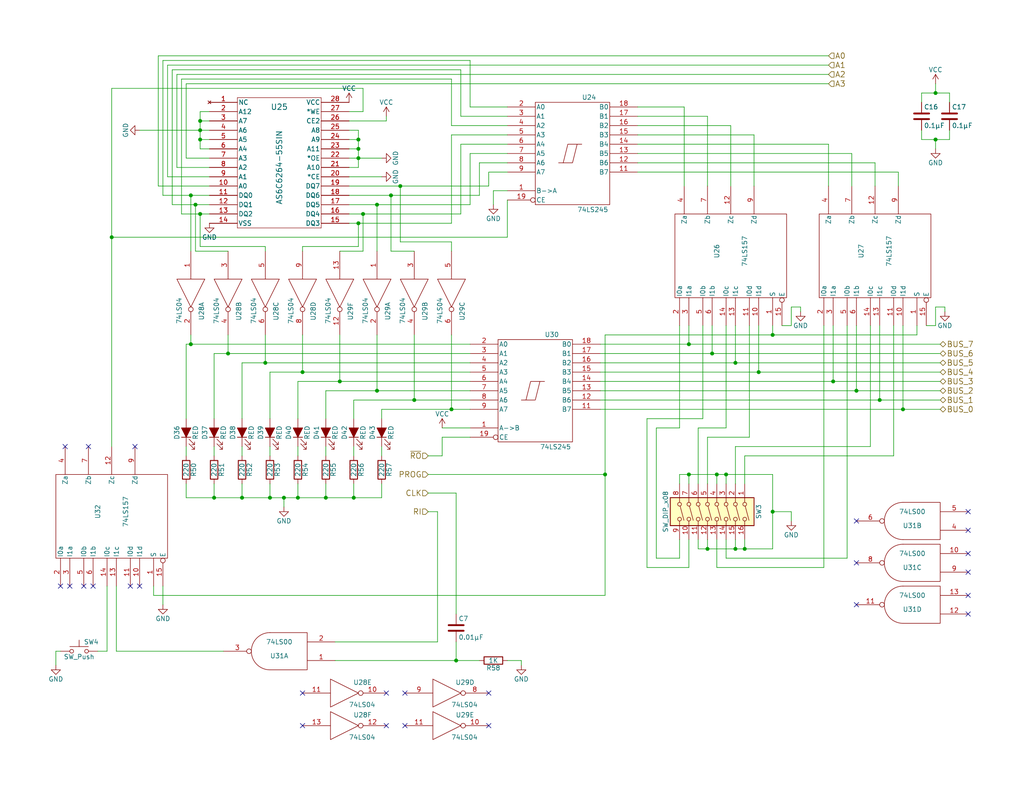
<source format=kicad_sch>
(kicad_sch (version 20230121) (generator eeschema)
  (paper "USLetter")
  (lib_symbols
    (symbol "74LS245-8bit-computer-rescue_1" (pin_names (offset 0.254))
      (property "Reference" "U24" (at 2.54 14.605 0))
      (property "Value" "74LS245" (at 1.27 -14.605 0))
      (symbol "74LS245-8bit-computer-rescue_1_0_0"
        (pin power_in line (at 0 -13.97 90) (length 0) hide (name "GND") (number "10"))
        (pin power_in line (at 0 13.97 270) (length 0) hide (name "VCC") (number "20"))
      )
      (symbol "74LS245-8bit-computer-rescue_1_0_1"
        (rectangle (start -10.16 13.97) (end 10.16 -13.97))
        (polyline (pts (xy 1.27 2.54) (xy 0 -2.54) (xy -2.54 -2.54)))
        (polyline (pts (xy 2.54 2.54) (xy -1.27 2.54) (xy -2.54 -2.54) (xy -3.81 -2.54)))
      )
      (symbol "74LS245-8bit-computer-rescue_1_1_1"
        (pin input line (at -17.78 -10.16 0) (length 7.62) (name "B->A") (number "1"))
        (pin tri_state line (at 17.78 -5.08 180) (length 7.62) (name "B7") (number "11"))
        (pin tri_state line (at 17.78 -2.54 180) (length 7.62) (name "B6") (number "12"))
        (pin tri_state line (at 17.78 0 180) (length 7.62) (name "B5") (number "13"))
        (pin tri_state line (at 17.78 2.54 180) (length 7.62) (name "B4") (number "14"))
        (pin tri_state line (at 17.78 5.08 180) (length 7.62) (name "B3") (number "15"))
        (pin tri_state line (at 17.78 7.62 180) (length 7.62) (name "B2") (number "16"))
        (pin tri_state line (at 17.78 10.16 180) (length 7.62) (name "B1") (number "17"))
        (pin tri_state line (at 17.78 12.7 180) (length 7.62) (name "B0") (number "18"))
        (pin input inverted (at -17.78 -12.7 0) (length 7.62) (name "CE") (number "19"))
        (pin tri_state line (at -17.78 12.7 0) (length 7.62) (name "A0") (number "2"))
        (pin tri_state line (at -17.78 10.16 0) (length 7.62) (name "A1") (number "3"))
        (pin tri_state line (at -17.78 7.62 0) (length 7.62) (name "A2") (number "4"))
        (pin tri_state line (at -17.78 5.08 0) (length 7.62) (name "A3") (number "5"))
        (pin tri_state line (at -17.78 2.54 0) (length 7.62) (name "A4") (number "6"))
        (pin tri_state line (at -17.78 0 0) (length 7.62) (name "A5") (number "7"))
        (pin tri_state line (at -17.78 -2.54 0) (length 7.62) (name "A6") (number "8"))
        (pin tri_state line (at -17.78 -5.08 0) (length 7.62) (name "A7") (number "9"))
      )
    )
    (symbol "8bit-computer-rescue:74LS00-8bit-computer-rescue" (pin_names (offset 0.762))
      (property "Reference" "U" (at 0 1.27 0))
      (property "Value" "8bit-computer-rescue:74LS00" (at 0 -2.54 0))
      (symbol "74LS00-8bit-computer-rescue_0_0"
        (pin power_in line (at -5.08 5.08 270) (length 0) hide (name "VCC") (number "14"))
        (pin power_in line (at -5.08 -5.08 90) (length 0) hide (name "GND") (number "7"))
      )
      (symbol "74LS00-8bit-computer-rescue_0_1"
        (polyline (pts (xy 2.54 5.08) (xy -7.62 5.08) (xy -7.62 -5.08) (xy 2.54 -5.08)))
        (arc (start 2.54 -5.08) (mid 7.5979 0) (end 2.54 5.08))
      )
      (symbol "74LS00-8bit-computer-rescue_0_2"
        (arc (start -7.62 -5.08) (mid -5.2253 0) (end -7.62 5.08))
        (arc (start 0 -5.08) (mid 4.5408 -3.6305) (end 7.62 0))
        (polyline (pts (xy -7.62 -5.08) (xy 0 -5.08)))
        (polyline (pts (xy -7.62 5.08) (xy 0 5.08)))
        (arc (start 7.62 0) (mid 4.5343 3.6226) (end 0 5.08))
      )
      (symbol "74LS00-8bit-computer-rescue_1_1"
        (pin input line (at -15.24 2.54 0) (length 7.62) (name "~") (number "1"))
        (pin input line (at -15.24 -2.54 0) (length 7.62) (name "~") (number "2"))
        (pin output inverted (at 15.24 0 180) (length 7.62) (name "~") (number "3"))
      )
      (symbol "74LS00-8bit-computer-rescue_1_2"
        (pin input inverted (at -15.24 2.54 0) (length 9.398) (name "~") (number "1"))
        (pin input inverted (at -15.24 -2.54 0) (length 9.398) (name "~") (number "2"))
        (pin output line (at 15.24 0 180) (length 7.62) (name "~") (number "3"))
      )
      (symbol "74LS00-8bit-computer-rescue_2_1"
        (pin input line (at -15.24 2.54 0) (length 7.62) (name "~") (number "4"))
        (pin input line (at -15.24 -2.54 0) (length 7.62) (name "~") (number "5"))
        (pin output inverted (at 15.24 0 180) (length 7.62) (name "~") (number "6"))
      )
      (symbol "74LS00-8bit-computer-rescue_2_2"
        (pin input inverted (at -15.24 2.54 0) (length 9.398) (name "~") (number "4"))
        (pin input inverted (at -15.24 -2.54 0) (length 9.398) (name "~") (number "5"))
        (pin output line (at 15.24 0 180) (length 7.62) (name "~") (number "6"))
      )
      (symbol "74LS00-8bit-computer-rescue_3_1"
        (pin input line (at -15.24 -2.54 0) (length 7.62) (name "~") (number "10"))
        (pin output inverted (at 15.24 0 180) (length 7.62) (name "~") (number "8"))
        (pin input line (at -15.24 2.54 0) (length 7.62) (name "~") (number "9"))
      )
      (symbol "74LS00-8bit-computer-rescue_3_2"
        (pin input inverted (at -15.24 -2.54 0) (length 9.398) (name "~") (number "10"))
        (pin output line (at 15.24 0 180) (length 7.62) (name "~") (number "8"))
        (pin input inverted (at -15.24 2.54 0) (length 9.398) (name "~") (number "9"))
      )
      (symbol "74LS00-8bit-computer-rescue_4_1"
        (pin output inverted (at 15.24 0 180) (length 7.62) (name "~") (number "11"))
        (pin input line (at -15.24 2.54 0) (length 7.62) (name "~") (number "12"))
        (pin input line (at -15.24 -2.54 0) (length 7.62) (name "~") (number "13"))
      )
      (symbol "74LS00-8bit-computer-rescue_4_2"
        (pin output line (at 15.24 0 180) (length 7.62) (name "~") (number "11"))
        (pin input inverted (at -15.24 2.54 0) (length 9.398) (name "~") (number "12"))
        (pin input inverted (at -15.24 -2.54 0) (length 9.398) (name "~") (number "13"))
      )
    )
    (symbol "8bit-computer-rescue:74LS04-8bit-computer-rescue" (pin_names (offset 0.762))
      (property "Reference" "U" (at 4.953 2.921 0))
      (property "Value" "8bit-computer-rescue:74LS04" (at 4.826 -3.175 0))
      (symbol "74LS04-8bit-computer-rescue_0_0"
        (polyline (pts (xy -3.81 3.81) (xy -3.81 -3.81) (xy 3.81 0) (xy -3.81 3.81)))
        (pin power_in line (at -1.27 2.54 90) (length 0) hide (name "VCC") (number "14"))
        (pin power_in line (at -1.27 -2.54 90) (length 0) hide (name "GND") (number "7"))
      )
      (symbol "74LS04-8bit-computer-rescue_1_1"
        (pin input line (at -11.43 0 0) (length 7.62) (name "~") (number "1"))
        (pin output inverted (at 11.43 0 180) (length 7.62) (name "~") (number "2"))
      )
      (symbol "74LS04-8bit-computer-rescue_1_2"
        (pin input inverted (at -11.43 0 0) (length 7.62) (name "~") (number "1"))
        (pin output line (at 11.43 0 180) (length 7.62) (name "~") (number "2"))
      )
      (symbol "74LS04-8bit-computer-rescue_2_1"
        (pin input line (at -11.43 0 0) (length 7.62) (name "~") (number "3"))
        (pin output inverted (at 11.43 0 180) (length 7.62) (name "~") (number "4"))
      )
      (symbol "74LS04-8bit-computer-rescue_2_2"
        (pin input inverted (at -11.43 0 0) (length 7.62) (name "~") (number "3"))
        (pin output line (at 11.43 0 180) (length 7.62) (name "~") (number "4"))
      )
      (symbol "74LS04-8bit-computer-rescue_3_1"
        (pin input line (at -11.43 0 0) (length 7.62) (name "~") (number "5"))
        (pin output inverted (at 11.43 0 180) (length 7.62) (name "~") (number "6"))
      )
      (symbol "74LS04-8bit-computer-rescue_3_2"
        (pin input inverted (at -11.43 0 0) (length 7.62) (name "~") (number "5"))
        (pin output line (at 11.43 0 180) (length 7.62) (name "~") (number "6"))
      )
      (symbol "74LS04-8bit-computer-rescue_4_1"
        (pin output inverted (at 11.43 0 180) (length 7.62) (name "~") (number "8"))
        (pin input line (at -11.43 0 0) (length 7.62) (name "~") (number "9"))
      )
      (symbol "74LS04-8bit-computer-rescue_4_2"
        (pin output line (at 11.43 0 180) (length 7.62) (name "~") (number "8"))
        (pin input inverted (at -11.43 0 0) (length 7.62) (name "~") (number "9"))
      )
      (symbol "74LS04-8bit-computer-rescue_5_1"
        (pin output inverted (at 11.43 0 180) (length 7.62) (name "~") (number "10"))
        (pin input line (at -11.43 0 0) (length 7.62) (name "~") (number "11"))
      )
      (symbol "74LS04-8bit-computer-rescue_5_2"
        (pin output line (at 11.43 0 180) (length 7.62) (name "~") (number "10"))
        (pin input inverted (at -11.43 0 0) (length 7.62) (name "~") (number "11"))
      )
      (symbol "74LS04-8bit-computer-rescue_6_1"
        (pin output inverted (at 11.43 0 180) (length 7.62) (name "~") (number "12"))
        (pin input line (at -11.43 0 0) (length 7.62) (name "~") (number "13"))
      )
      (symbol "74LS04-8bit-computer-rescue_6_2"
        (pin output line (at 11.43 0 180) (length 7.62) (name "~") (number "12"))
        (pin input inverted (at -11.43 0 0) (length 7.62) (name "~") (number "13"))
      )
    )
    (symbol "8bit-computer-rescue:74LS157-8bit-computer-rescue" (pin_names (offset 0.254))
      (property "Reference" "U" (at 1.27 3.81 0))
      (property "Value" "8bit-computer-rescue:74LS157" (at 1.27 -3.81 0))
      (symbol "74LS157-8bit-computer-rescue_0_0"
        (pin power_in line (at -8.89 15.24 90) (length 0) hide (name "VCC") (number "16"))
        (pin power_in line (at -8.89 -15.24 90) (length 0) hide (name "GND") (number "8"))
      )
      (symbol "74LS157-8bit-computer-rescue_0_1"
        (rectangle (start -11.43 15.24) (end 11.43 -15.24))
      )
      (symbol "74LS157-8bit-computer-rescue_1_1"
        (pin input line (at -19.05 -11.43 0) (length 7.62) (name "S") (number "1"))
        (pin input line (at -19.05 -7.62 0) (length 7.62) (name "I1d") (number "10"))
        (pin input line (at -19.05 -5.08 0) (length 7.62) (name "I0d") (number "11"))
        (pin output line (at 19.05 0 180) (length 7.62) (name "Zc") (number "12"))
        (pin input line (at -19.05 -1.27 0) (length 7.62) (name "I1c") (number "13"))
        (pin input line (at -19.05 1.27 0) (length 7.62) (name "I0c") (number "14"))
        (pin input inverted (at -19.05 -13.97 0) (length 7.62) (name "E") (number "15"))
        (pin input line (at -19.05 13.97 0) (length 7.62) (name "I0a") (number "2"))
        (pin input line (at -19.05 11.43 0) (length 7.62) (name "I1a") (number "3"))
        (pin output line (at 19.05 12.7 180) (length 7.62) (name "Za") (number "4"))
        (pin input line (at -19.05 7.62 0) (length 7.62) (name "I0b") (number "5"))
        (pin input line (at -19.05 5.08 0) (length 7.62) (name "I1b") (number "6"))
        (pin output line (at 19.05 6.35 180) (length 7.62) (name "Zb") (number "7"))
        (pin output line (at 19.05 -6.35 180) (length 7.62) (name "Zd") (number "9"))
      )
    )
    (symbol "8bit-computer-rescue:74LS245-8bit-computer-rescue" (pin_names (offset 0.254))
      (property "Reference" "U" (at 2.54 14.605 0))
      (property "Value" "8bit-computer-rescue:74LS245" (at 1.27 -14.605 0))
      (symbol "74LS245-8bit-computer-rescue_0_0"
        (pin power_in line (at 0 -13.97 90) (length 0) hide (name "GND") (number "10"))
        (pin power_in line (at 0 13.97 270) (length 0) hide (name "VCC") (number "20"))
      )
      (symbol "74LS245-8bit-computer-rescue_0_1"
        (rectangle (start -10.16 13.97) (end 10.16 -13.97))
        (polyline (pts (xy 1.27 2.54) (xy 0 -2.54) (xy -2.54 -2.54)))
        (polyline (pts (xy 2.54 2.54) (xy -1.27 2.54) (xy -2.54 -2.54) (xy -3.81 -2.54)))
      )
      (symbol "74LS245-8bit-computer-rescue_1_1"
        (pin input line (at -17.78 -10.16 0) (length 7.62) (name "A->B") (number "1"))
        (pin tri_state line (at 17.78 -5.08 180) (length 7.62) (name "B7") (number "11"))
        (pin tri_state line (at 17.78 -2.54 180) (length 7.62) (name "B6") (number "12"))
        (pin tri_state line (at 17.78 0 180) (length 7.62) (name "B5") (number "13"))
        (pin tri_state line (at 17.78 2.54 180) (length 7.62) (name "B4") (number "14"))
        (pin tri_state line (at 17.78 5.08 180) (length 7.62) (name "B3") (number "15"))
        (pin tri_state line (at 17.78 7.62 180) (length 7.62) (name "B2") (number "16"))
        (pin tri_state line (at 17.78 10.16 180) (length 7.62) (name "B1") (number "17"))
        (pin tri_state line (at 17.78 12.7 180) (length 7.62) (name "B0") (number "18"))
        (pin input inverted (at -17.78 -12.7 0) (length 7.62) (name "CE") (number "19"))
        (pin tri_state line (at -17.78 12.7 0) (length 7.62) (name "A0") (number "2"))
        (pin tri_state line (at -17.78 10.16 0) (length 7.62) (name "A1") (number "3"))
        (pin tri_state line (at -17.78 7.62 0) (length 7.62) (name "A2") (number "4"))
        (pin tri_state line (at -17.78 5.08 0) (length 7.62) (name "A3") (number "5"))
        (pin tri_state line (at -17.78 2.54 0) (length 7.62) (name "A4") (number "6"))
        (pin tri_state line (at -17.78 0 0) (length 7.62) (name "A5") (number "7"))
        (pin tri_state line (at -17.78 -2.54 0) (length 7.62) (name "A6") (number "8"))
        (pin tri_state line (at -17.78 -5.08 0) (length 7.62) (name "A7") (number "9"))
      )
    )
    (symbol "8bit-computer-rescue:LED_ALT-Device" (pin_numbers hide) (pin_names (offset 1.016) hide)
      (property "Reference" "D" (at 0 2.54 0))
      (property "Value" "Device:LED_ALT" (at 0 -2.54 0))
      (symbol "LED_ALT-Device_0_1"
        (polyline (pts (xy -1.27 -1.27) (xy -1.27 1.27)) (stroke (width 0.2032)))
        (polyline (pts (xy -1.27 0) (xy 1.27 0)))
        (polyline (pts (xy 1.27 -1.27) (xy 1.27 1.27) (xy -1.27 0) (xy 1.27 -1.27)) (stroke (width 0.2032)) (fill (type outline)))
        (polyline (pts (xy -3.048 -0.762) (xy -4.572 -2.286) (xy -3.81 -2.286) (xy -4.572 -2.286) (xy -4.572 -1.524)))
        (polyline (pts (xy -1.778 -0.762) (xy -3.302 -2.286) (xy -2.54 -2.286) (xy -3.302 -2.286) (xy -3.302 -1.524)))
      )
      (symbol "LED_ALT-Device_1_1"
        (pin passive line (at -3.81 0 0) (length 2.54) (name "K") (number "1"))
        (pin passive line (at 3.81 0 180) (length 2.54) (name "A") (number "2"))
      )
    )
    (symbol "8bit-computer-rescue:SW_DIP_x08-8bit-computer-rescue" (pin_names (offset 0) hide)
      (property "Reference" "SW" (at 0 13.97 0))
      (property "Value" "8bit-computer-rescue:SW_DIP_x08" (at 0 -11.43 0))
      (symbol "SW_DIP_x08-8bit-computer-rescue_0_0"
        (circle (center -2.032 -7.62) (radius 0.508))
        (circle (center -2.032 -5.08) (radius 0.508))
        (circle (center -2.032 -2.54) (radius 0.508))
        (circle (center -2.032 0) (radius 0.508))
        (circle (center -2.032 2.54) (radius 0.508))
        (circle (center -2.032 5.08) (radius 0.508))
        (circle (center -2.032 7.62) (radius 0.508))
        (circle (center -2.032 10.16) (radius 0.508))
        (polyline (pts (xy -1.524 -7.4676) (xy 2.3622 -6.4262)))
        (polyline (pts (xy -1.524 -4.9276) (xy 2.3622 -3.8862)))
        (polyline (pts (xy -1.524 -2.3876) (xy 2.3622 -1.3462)))
        (polyline (pts (xy -1.524 0.127) (xy 2.3622 1.1684)))
        (polyline (pts (xy -1.524 2.667) (xy 2.3622 3.7084)))
        (polyline (pts (xy -1.524 5.207) (xy 2.3622 6.2484)))
        (polyline (pts (xy -1.524 7.747) (xy 2.3622 8.7884)))
        (polyline (pts (xy -1.524 10.287) (xy 2.3622 11.3284)))
        (circle (center 2.032 -7.62) (radius 0.508))
        (circle (center 2.032 -5.08) (radius 0.508))
        (circle (center 2.032 -2.54) (radius 0.508))
        (circle (center 2.032 0) (radius 0.508))
        (circle (center 2.032 2.54) (radius 0.508))
        (circle (center 2.032 5.08) (radius 0.508))
        (circle (center 2.032 7.62) (radius 0.508))
        (circle (center 2.032 10.16) (radius 0.508))
      )
      (symbol "SW_DIP_x08-8bit-computer-rescue_0_1"
        (rectangle (start -3.81 12.7) (end 3.81 -10.16) (stroke (width 0.254)) (fill (type background)))
      )
      (symbol "SW_DIP_x08-8bit-computer-rescue_1_1"
        (pin passive line (at -7.62 10.16 0) (length 5.08) (name "~") (number "1"))
        (pin passive line (at 7.62 -5.08 180) (length 5.08) (name "~") (number "10"))
        (pin passive line (at 7.62 -2.54 180) (length 5.08) (name "~") (number "11"))
        (pin passive line (at 7.62 0 180) (length 5.08) (name "~") (number "12"))
        (pin passive line (at 7.62 2.54 180) (length 5.08) (name "~") (number "13"))
        (pin passive line (at 7.62 5.08 180) (length 5.08) (name "~") (number "14"))
        (pin passive line (at 7.62 7.62 180) (length 5.08) (name "~") (number "15"))
        (pin passive line (at 7.62 10.16 180) (length 5.08) (name "~") (number "16"))
        (pin passive line (at -7.62 7.62 0) (length 5.08) (name "~") (number "2"))
        (pin passive line (at -7.62 5.08 0) (length 5.08) (name "~") (number "3"))
        (pin passive line (at -7.62 2.54 0) (length 5.08) (name "~") (number "4"))
        (pin passive line (at -7.62 0 0) (length 5.08) (name "~") (number "5"))
        (pin passive line (at -7.62 -2.54 0) (length 5.08) (name "~") (number "6"))
        (pin passive line (at -7.62 -5.08 0) (length 5.08) (name "~") (number "7"))
        (pin passive line (at -7.62 -7.62 0) (length 5.08) (name "~") (number "8"))
        (pin passive line (at 7.62 -7.62 180) (length 5.08) (name "~") (number "9"))
      )
    )
    (symbol "8bit-computer-rescue:SW_Push-8bit-computer-rescue" (pin_numbers hide) (pin_names (offset 1.016) hide)
      (property "Reference" "SW" (at 1.27 2.54 0))
      (property "Value" "8bit-computer-rescue:SW_Push" (at 0 -1.524 0))
      (symbol "SW_Push-8bit-computer-rescue_0_1"
        (circle (center -2.032 0) (radius 0.508))
        (polyline (pts (xy 0 1.27) (xy 0 3.048)))
        (polyline (pts (xy 2.54 1.27) (xy -2.54 1.27)))
        (circle (center 2.032 0) (radius 0.508))
        (pin passive line (at -5.08 0 0) (length 2.54) (name "1") (number "1"))
        (pin passive line (at 5.08 0 180) (length 2.54) (name "2") (number "2"))
      )
    )
    (symbol "AS6C264:AS6C6264-55SIN" (pin_names (offset 0.254))
      (property "Reference" "U25" (at 19.05 -1.27 0))
      (property "Value" "AS6C6264-55SIN" (at 19.05 -17.78 90))
      (symbol "AS6C6264-55SIN_0_1"
        (polyline (pts (xy 7.62 -34.29) (xy 30.48 -34.29)) (stroke (width 0.127)))
        (polyline (pts (xy 7.62 1.27) (xy 7.62 -34.29)) (stroke (width 0.127)))
        (polyline (pts (xy 30.48 -34.29) (xy 30.48 1.27)) (stroke (width 0.127)))
        (polyline (pts (xy 30.48 1.27) (xy 7.62 1.27)) (stroke (width 0.127)))
        (pin no_connect line (at 0 0 0) (length 7.62) (name "NC") (number "1"))
        (pin input line (at 0 -22.86 0) (length 7.62) (name "A0") (number "10"))
        (pin bidirectional line (at 0 -25.4 0) (length 7.62) (name "DQ0") (number "11"))
        (pin bidirectional line (at 0 -27.94 0) (length 7.62) (name "DQ1") (number "12"))
        (pin bidirectional line (at 0 -30.48 0) (length 7.62) (name "DQ2") (number "13"))
        (pin power_in line (at 0 -33.02 0) (length 7.62) (name "VSS") (number "14"))
        (pin bidirectional line (at 38.1 -33.02 180) (length 7.62) (name "DQ3") (number "15"))
        (pin bidirectional line (at 38.1 -30.48 180) (length 7.62) (name "DQ4") (number "16"))
        (pin bidirectional line (at 38.1 -27.94 180) (length 7.62) (name "DQ5") (number "17"))
        (pin bidirectional line (at 38.1 -25.4 180) (length 7.62) (name "DQ6") (number "18"))
        (pin bidirectional line (at 38.1 -22.86 180) (length 7.62) (name "DQ7") (number "19"))
        (pin input line (at 0 -2.54 0) (length 7.62) (name "A12") (number "2"))
        (pin input line (at 38.1 -20.32 180) (length 7.62) (name "*CE") (number "20"))
        (pin input line (at 38.1 -17.78 180) (length 7.62) (name "A10") (number "21"))
        (pin bidirectional line (at 38.1 -15.24 180) (length 7.62) (name "*OE") (number "22"))
        (pin input line (at 38.1 -12.7 180) (length 7.62) (name "A11") (number "23"))
        (pin input line (at 38.1 -10.16 180) (length 7.62) (name "A9") (number "24"))
        (pin input line (at 38.1 -7.62 180) (length 7.62) (name "A8") (number "25"))
        (pin input line (at 38.1 -5.08 180) (length 7.62) (name "CE2") (number "26"))
        (pin input line (at 38.1 -2.54 180) (length 7.62) (name "*WE") (number "27"))
        (pin power_in line (at 38.1 0 180) (length 7.62) (name "VCC") (number "28"))
        (pin input line (at 0 -5.08 0) (length 7.62) (name "A7") (number "3"))
        (pin input line (at 0 -7.62 0) (length 7.62) (name "A6") (number "4"))
        (pin input line (at 0 -10.16 0) (length 7.62) (name "A5") (number "5"))
        (pin input line (at 0 -12.7 0) (length 7.62) (name "A4") (number "6"))
        (pin input line (at 0 -15.24 0) (length 7.62) (name "A3") (number "7"))
        (pin input line (at 0 -17.78 0) (length 7.62) (name "A2") (number "8"))
        (pin input line (at 0 -20.32 0) (length 7.62) (name "A1") (number "9"))
      )
    )
    (symbol "Device:C" (pin_numbers hide) (pin_names (offset 0.254))
      (property "Reference" "C" (at 0.635 2.54 0))
      (property "Value" "C" (at 0.635 -2.54 0))
      (symbol "C_0_1"
        (polyline (pts (xy -2.032 -0.762) (xy 2.032 -0.762)) (stroke (width 0.508)))
        (polyline (pts (xy -2.032 0.762) (xy 2.032 0.762)) (stroke (width 0.508)))
      )
      (symbol "C_1_1"
        (pin passive line (at 0 3.81 270) (length 2.794) (name "~") (number "1"))
        (pin passive line (at 0 -3.81 90) (length 2.794) (name "~") (number "2"))
      )
    )
    (symbol "Device:R" (pin_numbers hide) (pin_names (offset 0))
      (property "Reference" "R" (at 2.032 0 90))
      (property "Value" "R" (at 0 0 90))
      (symbol "R_0_1"
        (rectangle (start -1.016 -2.54) (end 1.016 2.54) (stroke (width 0.254)))
      )
      (symbol "R_1_1"
        (pin passive line (at 0 3.81 270) (length 1.27) (name "~") (number "1"))
        (pin passive line (at 0 -3.81 90) (length 1.27) (name "~") (number "2"))
      )
    )
    (symbol "power:GND" (power) (pin_names (offset 0))
      (property "Value" "GND" (at 0 -3.81 0))
      (symbol "GND_0_1"
        (polyline (pts (xy 0 0) (xy 0 -1.27) (xy 1.27 -1.27) (xy 0 -2.54) (xy -1.27 -1.27) (xy 0 -1.27)))
      )
      (symbol "GND_1_1"
        (pin power_in line (at 0 0 270) (length 0) hide (name "GND") (number "1"))
      )
    )
    (symbol "power:VCC" (power) (pin_names (offset 0))
      (property "Value" "VCC" (at 0 3.81 0))
      (symbol "VCC_0_1"
        (polyline (pts (xy -0.762 1.27) (xy 0 2.54)))
        (polyline (pts (xy 0 0) (xy 0 2.54)))
        (polyline (pts (xy 0 2.54) (xy 0.762 1.27)))
      )
      (symbol "VCC_1_1"
        (pin power_in line (at 0 0 90) (length 0) hide (name "VCC") (number "1"))
      )
    )
  )
  (junction (at 52.07 93.98))
  (junction (at 97.79 43.18))
  (junction (at 187.96 93.98))
  (junction (at 102.87 55.88))
  (junction (at 66.04 135.89))
  (junction (at 97.79 38.1))
  (junction (at 102.87 106.68))
  (junction (at 73.66 135.89))
  (junction (at 53.34 55.88))
  (junction (at 97.79 60.96))
  (junction (at 207.01 101.6))
  (junction (at 195.58 129.54))
  (junction (at 99.06 58.42))
  (junction (at 200.66 149.86))
  (junction (at 109.22 50.8))
  (junction (at 240.03 109.22))
  (junction (at 233.68 106.68))
  (junction (at 203.2 149.86))
  (junction (at 54.61 33.02))
  (junction (at 113.03 109.22))
  (junction (at 200.66 99.06))
  (junction (at 82.55 101.6))
  (junction (at 62.23 96.52))
  (junction (at 81.28 135.89))
  (junction (at 97.79 40.64))
  (junction (at 54.61 58.42))
  (junction (at 77.47 135.89))
  (junction (at 193.04 149.86))
  (junction (at 227.33 104.14))
  (junction (at 255.27 25.4))
  (junction (at 165.1 129.54))
  (junction (at 54.61 38.1))
  (junction (at 106.68 53.34))
  (junction (at 194.31 96.52))
  (junction (at 72.39 99.06))
  (junction (at 30.48 64.77))
  (junction (at 255.27 38.1))
  (junction (at 52.07 53.34))
  (junction (at 198.12 129.54))
  (junction (at 210.82 139.7))
  (junction (at 58.42 135.89))
  (junction (at 88.9 135.89))
  (junction (at 96.52 135.89))
  (junction (at 246.38 111.76))
  (junction (at 92.71 104.14))
  (junction (at 187.96 129.54))
  (junction (at 124.46 180.34))
  (junction (at 54.61 35.56))
  (junction (at 123.19 111.76))
  (junction (at 210.82 91.44))
  (no_connect (at 233.68 165.1))
  (no_connect (at 233.68 153.67))
  (no_connect (at 110.49 198.12))
  (no_connect (at 264.16 167.64))
  (no_connect (at 36.83 121.92))
  (no_connect (at 19.05 160.02))
  (no_connect (at 35.56 160.02))
  (no_connect (at 105.41 189.23))
  (no_connect (at 264.16 162.56))
  (no_connect (at 264.16 139.7))
  (no_connect (at 16.51 160.02))
  (no_connect (at 82.55 189.23))
  (no_connect (at 25.4 160.02))
  (no_connect (at 233.68 142.24))
  (no_connect (at 24.13 121.92))
  (no_connect (at 105.41 198.12))
  (no_connect (at 110.49 189.23))
  (no_connect (at 264.16 156.21))
  (no_connect (at 133.35 198.12))
  (no_connect (at 264.16 151.13))
  (no_connect (at 264.16 144.78))
  (no_connect (at 38.1 160.02))
  (no_connect (at 22.86 160.02))
  (no_connect (at 82.55 198.12))
  (no_connect (at 17.78 121.92))
  (no_connect (at 133.35 189.23))
  (wire (pts (xy 95.25 35.56) (xy 97.79 35.56)))
  (wire (pts (xy 191.77 114.3) (xy 191.77 88.9)))
  (wire (pts (xy 54.61 58.42) (xy 57.15 58.42)))
  (wire (pts (xy 186.69 50.8) (xy 186.69 29.21)))
  (wire (pts (xy 185.42 132.08) (xy 185.42 129.54)))
  (wire (pts (xy 106.68 53.34) (xy 106.68 68.58)))
  (wire (pts (xy 163.83 106.68) (xy 233.68 106.68)))
  (wire (pts (xy 38.1 35.56) (xy 54.61 35.56)))
  (wire (pts (xy 138.43 36.83) (xy 123.19 36.83)))
  (wire (pts (xy 198.12 116.84) (xy 198.12 88.9)))
  (wire (pts (xy 54.61 35.56) (xy 54.61 38.1)))
  (wire (pts (xy 45.72 48.26) (xy 57.15 48.26)))
  (wire (pts (xy 102.87 91.44) (xy 102.87 106.68)))
  (wire (pts (xy 255.27 22.86) (xy 255.27 25.4)))
  (wire (pts (xy 210.82 129.54) (xy 210.82 139.7)))
  (wire (pts (xy 187.96 93.98) (xy 256.54 93.98)))
  (wire (pts (xy 96.52 132.08) (xy 96.52 135.89)))
  (wire (pts (xy 187.96 132.08) (xy 187.96 129.54)))
  (wire (pts (xy 62.23 68.58) (xy 53.34 68.58)))
  (wire (pts (xy 113.03 109.22) (xy 128.27 109.22)))
  (wire (pts (xy 95.25 45.72) (xy 97.79 45.72)))
  (wire (pts (xy 133.35 50.8) (xy 109.22 50.8)))
  (wire (pts (xy 246.38 111.76) (xy 246.38 88.9)))
  (wire (pts (xy 58.42 135.89) (xy 66.04 135.89)))
  (wire (pts (xy 95.25 33.02) (xy 105.41 33.02)))
  (wire (pts (xy 53.34 55.88) (xy 57.15 55.88)))
  (wire (pts (xy 82.55 101.6) (xy 128.27 101.6)))
  (wire (pts (xy 193.04 50.8) (xy 193.04 31.75)))
  (wire (pts (xy 259.08 38.1) (xy 259.08 35.56)))
  (wire (pts (xy 190.5 132.08) (xy 190.5 116.84)))
  (wire (pts (xy 125.73 19.05) (xy 46.99 19.05)))
  (wire (pts (xy 97.79 60.96) (xy 95.25 60.96)))
  (wire (pts (xy 57.15 30.48) (xy 54.61 30.48)))
  (wire (pts (xy 104.14 111.76) (xy 123.19 111.76)))
  (wire (pts (xy 62.23 96.52) (xy 128.27 96.52)))
  (wire (pts (xy 123.19 91.44) (xy 123.19 111.76)))
  (wire (pts (xy 91.44 180.34) (xy 124.46 180.34)))
  (wire (pts (xy 88.9 135.89) (xy 96.52 135.89)))
  (wire (pts (xy 97.79 43.18) (xy 97.79 45.72)))
  (wire (pts (xy 49.53 58.42) (xy 54.61 58.42)))
  (wire (pts (xy 187.96 129.54) (xy 195.58 129.54)))
  (wire (pts (xy 193.04 119.38) (xy 204.47 119.38)))
  (wire (pts (xy 190.5 149.86) (xy 190.5 147.32)))
  (wire (pts (xy 119.38 175.26) (xy 91.44 175.26)))
  (wire (pts (xy 109.22 50.8) (xy 95.25 50.8)))
  (wire (pts (xy 104.14 135.89) (xy 104.14 132.08)))
  (wire (pts (xy 66.04 99.06) (xy 72.39 99.06)))
  (wire (pts (xy 49.53 21.59) (xy 49.53 58.42)))
  (wire (pts (xy 113.03 68.58) (xy 106.68 68.58)))
  (wire (pts (xy 77.47 138.43) (xy 77.47 135.89)))
  (wire (pts (xy 128.27 16.51) (xy 44.45 16.51)))
  (wire (pts (xy 138.43 34.29) (xy 123.19 34.29)))
  (wire (pts (xy 58.42 121.92) (xy 58.42 124.46)))
  (wire (pts (xy 199.39 34.29) (xy 173.99 34.29)))
  (wire (pts (xy 54.61 58.42) (xy 54.61 67.31)))
  (wire (pts (xy 251.46 25.4) (xy 255.27 25.4)))
  (wire (pts (xy 120.65 119.38) (xy 128.27 119.38)))
  (wire (pts (xy 44.45 160.02) (xy 44.45 165.1)))
  (wire (pts (xy 116.84 139.7) (xy 119.38 139.7)))
  (wire (pts (xy 88.9 106.68) (xy 88.9 114.3)))
  (wire (pts (xy 66.04 99.06) (xy 66.04 114.3)))
  (wire (pts (xy 96.52 109.22) (xy 96.52 114.3)))
  (wire (pts (xy 205.74 50.8) (xy 205.74 36.83)))
  (wire (pts (xy 231.14 88.9) (xy 231.14 152.4)))
  (wire (pts (xy 227.33 104.14) (xy 256.54 104.14)))
  (wire (pts (xy 186.69 29.21) (xy 173.99 29.21)))
  (wire (pts (xy 165.1 91.44) (xy 210.82 91.44)))
  (wire (pts (xy 163.83 111.76) (xy 246.38 111.76)))
  (wire (pts (xy 210.82 139.7) (xy 215.9 139.7)))
  (wire (pts (xy 125.73 39.37) (xy 125.73 58.42)))
  (wire (pts (xy 251.46 35.56) (xy 251.46 38.1)))
  (wire (pts (xy 95.25 40.64) (xy 97.79 40.64)))
  (wire (pts (xy 232.41 50.8) (xy 232.41 41.91)))
  (wire (pts (xy 207.01 101.6) (xy 256.54 101.6)))
  (wire (pts (xy 50.8 93.98) (xy 50.8 114.3)))
  (wire (pts (xy 123.19 36.83) (xy 123.19 60.96)))
  (wire (pts (xy 194.31 96.52) (xy 256.54 96.52)))
  (wire (pts (xy 72.39 99.06) (xy 128.27 99.06)))
  (wire (pts (xy 215.9 88.9) (xy 215.9 83.82)))
  (wire (pts (xy 53.34 68.58) (xy 53.34 55.88)))
  (wire (pts (xy 45.72 17.78) (xy 45.72 48.26)))
  (wire (pts (xy 97.79 67.31) (xy 97.79 60.96)))
  (wire (pts (xy 124.46 180.34) (xy 130.81 180.34)))
  (wire (pts (xy 50.8 121.92) (xy 50.8 124.46)))
  (wire (pts (xy 96.52 135.89) (xy 104.14 135.89)))
  (wire (pts (xy 113.03 91.44) (xy 113.03 109.22)))
  (wire (pts (xy 54.61 30.48) (xy 54.61 33.02)))
  (wire (pts (xy 128.27 41.91) (xy 128.27 55.88)))
  (wire (pts (xy 97.79 35.56) (xy 97.79 38.1)))
  (wire (pts (xy 50.8 135.89) (xy 58.42 135.89)))
  (wire (pts (xy 81.28 135.89) (xy 88.9 135.89)))
  (wire (pts (xy 44.45 53.34) (xy 52.07 53.34)))
  (wire (pts (xy 224.79 154.94) (xy 224.79 88.9)))
  (wire (pts (xy 82.55 67.31) (xy 97.79 67.31)))
  (wire (pts (xy 243.84 88.9) (xy 243.84 124.46)))
  (wire (pts (xy 163.83 96.52) (xy 194.31 96.52)))
  (wire (pts (xy 82.55 68.58) (xy 82.55 67.31)))
  (wire (pts (xy 226.06 20.32) (xy 48.26 20.32)))
  (wire (pts (xy 58.42 96.52) (xy 58.42 114.3)))
  (wire (pts (xy 233.68 106.68) (xy 256.54 106.68)))
  (wire (pts (xy 48.26 45.72) (xy 57.15 45.72)))
  (wire (pts (xy 210.82 91.44) (xy 210.82 88.9)))
  (wire (pts (xy 185.42 116.84) (xy 179.07 116.84)))
  (wire (pts (xy 203.2 124.46) (xy 203.2 132.08)))
  (wire (pts (xy 133.35 46.99) (xy 133.35 50.8)))
  (wire (pts (xy 30.48 24.13) (xy 30.48 64.77)))
  (wire (pts (xy 213.36 88.9) (xy 215.9 88.9)))
  (wire (pts (xy 130.81 44.45) (xy 130.81 53.34)))
  (wire (pts (xy 104.14 111.76) (xy 104.14 114.3)))
  (wire (pts (xy 66.04 121.92) (xy 66.04 124.46)))
  (wire (pts (xy 252.73 88.9) (xy 255.27 88.9)))
  (wire (pts (xy 125.73 58.42) (xy 99.06 58.42)))
  (wire (pts (xy 58.42 96.52) (xy 62.23 96.52)))
  (wire (pts (xy 190.5 116.84) (xy 198.12 116.84)))
  (wire (pts (xy 124.46 180.34) (xy 124.46 175.26)))
  (wire (pts (xy 138.43 180.34) (xy 142.24 180.34)))
  (wire (pts (xy 199.39 50.8) (xy 199.39 34.29)))
  (wire (pts (xy 257.81 83.82) (xy 257.81 85.09)))
  (wire (pts (xy 205.74 36.83) (xy 173.99 36.83)))
  (wire (pts (xy 195.58 147.32) (xy 195.58 154.94)))
  (wire (pts (xy 138.43 39.37) (xy 125.73 39.37)))
  (wire (pts (xy 194.31 96.52) (xy 194.31 88.9)))
  (wire (pts (xy 138.43 41.91) (xy 128.27 41.91)))
  (wire (pts (xy 44.45 16.51) (xy 44.45 53.34)))
  (wire (pts (xy 52.07 53.34) (xy 52.07 68.58)))
  (wire (pts (xy 43.18 15.24) (xy 43.18 50.8)))
  (wire (pts (xy 240.03 109.22) (xy 256.54 109.22)))
  (wire (pts (xy 187.96 154.94) (xy 176.53 154.94)))
  (wire (pts (xy 99.06 58.42) (xy 95.25 58.42)))
  (wire (pts (xy 200.66 99.06) (xy 200.66 88.9)))
  (wire (pts (xy 95.25 55.88) (xy 102.87 55.88)))
  (wire (pts (xy 123.19 66.04) (xy 109.22 66.04)))
  (wire (pts (xy 163.83 93.98) (xy 187.96 93.98)))
  (wire (pts (xy 95.25 30.48) (xy 99.06 30.48)))
  (wire (pts (xy 245.11 50.8) (xy 245.11 46.99)))
  (wire (pts (xy 227.33 104.14) (xy 227.33 88.9)))
  (wire (pts (xy 210.82 139.7) (xy 210.82 149.86)))
  (wire (pts (xy 73.66 135.89) (xy 77.47 135.89)))
  (wire (pts (xy 123.19 60.96) (xy 97.79 60.96)))
  (wire (pts (xy 30.48 64.77) (xy 30.48 121.92)))
  (wire (pts (xy 66.04 132.08) (xy 66.04 135.89)))
  (wire (pts (xy 82.55 91.44) (xy 82.55 101.6)))
  (wire (pts (xy 185.42 129.54) (xy 187.96 129.54)))
  (wire (pts (xy 16.51 177.8) (xy 15.24 177.8)))
  (wire (pts (xy 138.43 46.99) (xy 133.35 46.99)))
  (wire (pts (xy 207.01 101.6) (xy 207.01 88.9)))
  (wire (pts (xy 226.06 39.37) (xy 173.99 39.37)))
  (wire (pts (xy 116.84 124.46) (xy 120.65 124.46)))
  (wire (pts (xy 54.61 33.02) (xy 54.61 35.56)))
  (wire (pts (xy 123.19 34.29) (xy 123.19 21.59)))
  (wire (pts (xy 226.06 17.78) (xy 45.72 17.78)))
  (wire (pts (xy 88.9 121.92) (xy 88.9 124.46)))
  (wire (pts (xy 237.49 88.9) (xy 237.49 121.92)))
  (wire (pts (xy 52.07 91.44) (xy 52.07 93.98)))
  (wire (pts (xy 187.96 93.98) (xy 187.96 88.9)))
  (wire (pts (xy 246.38 111.76) (xy 256.54 111.76)))
  (wire (pts (xy 120.65 124.46) (xy 120.65 119.38)))
  (wire (pts (xy 77.47 135.89) (xy 81.28 135.89)))
  (wire (pts (xy 165.1 162.56) (xy 41.91 162.56)))
  (wire (pts (xy 200.66 149.86) (xy 193.04 149.86)))
  (wire (pts (xy 138.43 29.21) (xy 128.27 29.21)))
  (wire (pts (xy 198.12 147.32) (xy 198.12 152.4)))
  (wire (pts (xy 29.21 177.8) (xy 29.21 160.02)))
  (wire (pts (xy 31.75 160.02) (xy 31.75 177.8)))
  (wire (pts (xy 52.07 53.34) (xy 57.15 53.34)))
  (wire (pts (xy 119.38 139.7) (xy 119.38 175.26)))
  (wire (pts (xy 163.83 104.14) (xy 227.33 104.14)))
  (wire (pts (xy 41.91 162.56) (xy 41.91 160.02)))
  (wire (pts (xy 109.22 66.04) (xy 109.22 50.8)))
  (wire (pts (xy 251.46 25.4) (xy 251.46 27.94)))
  (wire (pts (xy 95.25 43.18) (xy 97.79 43.18)))
  (wire (pts (xy 238.76 44.45) (xy 173.99 44.45)))
  (wire (pts (xy 203.2 147.32) (xy 203.2 149.86)))
  (wire (pts (xy 163.83 101.6) (xy 207.01 101.6)))
  (wire (pts (xy 198.12 152.4) (xy 231.14 152.4)))
  (wire (pts (xy 193.04 31.75) (xy 173.99 31.75)))
  (wire (pts (xy 97.79 38.1) (xy 97.79 40.64)))
  (wire (pts (xy 163.83 99.06) (xy 200.66 99.06)))
  (wire (pts (xy 73.66 101.6) (xy 82.55 101.6)))
  (wire (pts (xy 116.84 134.62) (xy 124.46 134.62)))
  (wire (pts (xy 50.8 43.18) (xy 57.15 43.18)))
  (wire (pts (xy 81.28 132.08) (xy 81.28 135.89)))
  (wire (pts (xy 81.28 121.92) (xy 81.28 124.46)))
  (wire (pts (xy 255.27 25.4) (xy 259.08 25.4)))
  (wire (pts (xy 195.58 129.54) (xy 198.12 129.54)))
  (wire (pts (xy 200.66 121.92) (xy 200.66 132.08)))
  (wire (pts (xy 124.46 134.62) (xy 124.46 167.64)))
  (wire (pts (xy 210.82 149.86) (xy 203.2 149.86)))
  (wire (pts (xy 237.49 121.92) (xy 200.66 121.92)))
  (wire (pts (xy 163.83 109.22) (xy 240.03 109.22)))
  (wire (pts (xy 106.68 53.34) (xy 95.25 53.34)))
  (wire (pts (xy 46.99 19.05) (xy 46.99 55.88)))
  (wire (pts (xy 218.44 83.82) (xy 218.44 85.09)))
  (wire (pts (xy 15.24 177.8) (xy 15.24 181.61)))
  (wire (pts (xy 193.04 149.86) (xy 190.5 149.86)))
  (wire (pts (xy 255.27 88.9) (xy 255.27 83.82)))
  (wire (pts (xy 130.81 53.34) (xy 106.68 53.34)))
  (wire (pts (xy 204.47 119.38) (xy 204.47 88.9)))
  (wire (pts (xy 138.43 54.61) (xy 138.43 64.77)))
  (wire (pts (xy 128.27 29.21) (xy 128.27 16.51)))
  (wire (pts (xy 176.53 114.3) (xy 191.77 114.3)))
  (wire (pts (xy 102.87 55.88) (xy 102.87 68.58)))
  (wire (pts (xy 245.11 46.99) (xy 173.99 46.99)))
  (wire (pts (xy 187.96 147.32) (xy 187.96 154.94)))
  (wire (pts (xy 243.84 124.46) (xy 203.2 124.46)))
  (wire (pts (xy 193.04 132.08) (xy 193.04 119.38)))
  (wire (pts (xy 255.27 83.82) (xy 257.81 83.82)))
  (wire (pts (xy 88.9 106.68) (xy 102.87 106.68)))
  (wire (pts (xy 66.04 135.89) (xy 73.66 135.89)))
  (wire (pts (xy 259.08 25.4) (xy 259.08 27.94)))
  (wire (pts (xy 57.15 33.02) (xy 54.61 33.02)))
  (wire (pts (xy 73.66 101.6) (xy 73.66 114.3)))
  (wire (pts (xy 54.61 38.1) (xy 54.61 40.64)))
  (wire (pts (xy 54.61 35.56) (xy 57.15 35.56)))
  (wire (pts (xy 251.46 38.1) (xy 255.27 38.1)))
  (wire (pts (xy 203.2 149.86) (xy 200.66 149.86)))
  (wire (pts (xy 54.61 38.1) (xy 57.15 38.1)))
  (wire (pts (xy 88.9 132.08) (xy 88.9 135.89)))
  (wire (pts (xy 165.1 91.44) (xy 165.1 129.54)))
  (wire (pts (xy 138.43 64.77) (xy 30.48 64.77)))
  (wire (pts (xy 92.71 91.44) (xy 92.71 104.14)))
  (wire (pts (xy 250.19 91.44) (xy 250.19 88.9)))
  (wire (pts (xy 123.19 21.59) (xy 49.53 21.59)))
  (wire (pts (xy 105.41 33.02) (xy 105.41 31.75)))
  (wire (pts (xy 104.14 121.92) (xy 104.14 124.46)))
  (wire (pts (xy 73.66 132.08) (xy 73.66 135.89)))
  (wire (pts (xy 176.53 154.94) (xy 176.53 114.3)))
  (wire (pts (xy 200.66 99.06) (xy 256.54 99.06)))
  (wire (pts (xy 50.8 22.86) (xy 50.8 43.18)))
  (wire (pts (xy 26.67 177.8) (xy 29.21 177.8)))
  (wire (pts (xy 210.82 91.44) (xy 250.19 91.44)))
  (wire (pts (xy 198.12 129.54) (xy 210.82 129.54)))
  (wire (pts (xy 92.71 68.58) (xy 99.06 68.58)))
  (wire (pts (xy 58.42 132.08) (xy 58.42 135.89)))
  (wire (pts (xy 138.43 44.45) (xy 130.81 44.45)))
  (wire (pts (xy 73.66 121.92) (xy 73.66 124.46)))
  (wire (pts (xy 138.43 31.75) (xy 125.73 31.75)))
  (wire (pts (xy 238.76 50.8) (xy 238.76 44.45)))
  (wire (pts (xy 81.28 104.14) (xy 81.28 114.3)))
  (wire (pts (xy 215.9 83.82) (xy 218.44 83.82)))
  (wire (pts (xy 185.42 88.9) (xy 185.42 116.84)))
  (wire (pts (xy 99.06 24.13) (xy 30.48 24.13)))
  (wire (pts (xy 52.07 93.98) (xy 128.27 93.98)))
  (wire (pts (xy 123.19 111.76) (xy 128.27 111.76)))
  (wire (pts (xy 195.58 154.94) (xy 224.79 154.94)))
  (wire (pts (xy 72.39 68.58) (xy 72.39 67.31)))
  (wire (pts (xy 92.71 104.14) (xy 128.27 104.14)))
  (wire (pts (xy 215.9 139.7) (xy 215.9 142.24)))
  (wire (pts (xy 97.79 40.64) (xy 97.79 43.18)))
  (wire (pts (xy 99.06 30.48) (xy 99.06 24.13)))
  (wire (pts (xy 233.68 106.68) (xy 233.68 88.9)))
  (wire (pts (xy 96.52 109.22) (xy 113.03 109.22)))
  (wire (pts (xy 226.06 22.86) (xy 50.8 22.86)))
  (wire (pts (xy 96.52 121.92) (xy 96.52 124.46)))
  (wire (pts (xy 240.03 109.22) (xy 240.03 88.9)))
  (wire (pts (xy 72.39 67.31) (xy 54.61 67.31)))
  (wire (pts (xy 95.25 38.1) (xy 97.79 38.1)))
  (wire (pts (xy 81.28 104.14) (xy 92.71 104.14)))
  (wire (pts (xy 185.42 152.4) (xy 185.42 147.32)))
  (wire (pts (xy 195.58 132.08) (xy 195.58 129.54)))
  (wire (pts (xy 134.62 52.07) (xy 134.62 55.88)))
  (wire (pts (xy 123.19 68.58) (xy 123.19 66.04)))
  (wire (pts (xy 50.8 132.08) (xy 50.8 135.89)))
  (wire (pts (xy 97.79 43.18) (xy 104.14 43.18)))
  (wire (pts (xy 255.27 38.1) (xy 255.27 40.64)))
  (wire (pts (xy 193.04 147.32) (xy 193.04 149.86)))
  (wire (pts (xy 95.25 48.26) (xy 104.14 48.26)))
  (wire (pts (xy 142.24 180.34) (xy 142.24 181.61)))
  (wire (pts (xy 46.99 55.88) (xy 53.34 55.88)))
  (wire (pts (xy 43.18 50.8) (xy 57.15 50.8)))
  (wire (pts (xy 102.87 55.88) (xy 128.27 55.88)))
  (wire (pts (xy 120.65 116.84) (xy 128.27 116.84)))
  (wire (pts (xy 50.8 93.98) (xy 52.07 93.98)))
  (wire (pts (xy 48.26 20.32) (xy 48.26 45.72)))
  (wire (pts (xy 72.39 91.44) (xy 72.39 99.06)))
  (wire (pts (xy 138.43 52.07) (xy 134.62 52.07)))
  (wire (pts (xy 125.73 31.75) (xy 125.73 19.05)))
  (wire (pts (xy 200.66 147.32) (xy 200.66 149.86)))
  (wire (pts (xy 116.84 129.54) (xy 165.1 129.54)))
  (wire (pts (xy 62.23 91.44) (xy 62.23 96.52)))
  (wire (pts (xy 102.87 106.68) (xy 128.27 106.68)))
  (wire (pts (xy 255.27 38.1) (xy 259.08 38.1)))
  (wire (pts (xy 31.75 177.8) (xy 60.96 177.8)))
  (wire (pts (xy 226.06 15.24) (xy 43.18 15.24)))
  (wire (pts (xy 99.06 68.58) (xy 99.06 58.42)))
  (wire (pts (xy 179.07 116.84) (xy 179.07 152.4)))
  (wire (pts (xy 165.1 129.54) (xy 165.1 162.56)))
  (wire (pts (xy 226.06 50.8) (xy 226.06 39.37)))
  (wire (pts (xy 54.61 40.64) (xy 57.15 40.64)))
  (wire (pts (xy 179.07 152.4) (xy 185.42 152.4)))
  (wire (pts (xy 198.12 132.08) (xy 198.12 129.54)))
  (wire (pts (xy 232.41 41.91) (xy 173.99 41.91)))
  (hierarchical_label "A2" (shape input) (at 226.06 20.32 0) (effects (font (size 1.524 1.524))))
  (hierarchical_label "BUS_5" (shape bidirectional) (at 256.54 99.06 0) (effects (font (size 1.524 1.524))))
  (hierarchical_label "CLK" (shape input) (at 116.84 134.62 180) (effects (font (size 1.524 1.524))))
  (hierarchical_label "BUS_7" (shape bidirectional) (at 256.54 93.98 0) (effects (font (size 1.524 1.524))))
  (hierarchical_label "BUS_1" (shape bidirectional) (at 256.54 109.22 0) (effects (font (size 1.524 1.524))))
  (hierarchical_label "BUS_2" (shape bidirectional) (at 256.54 106.68 0) (effects (font (size 1.524 1.524))))
  (hierarchical_label "A3" (shape input) (at 226.06 22.86 0) (effects (font (size 1.524 1.524))))
  (hierarchical_label "PROG" (shape input) (at 116.84 129.54 180) (effects (font (size 1.524 1.524))))
  (hierarchical_label "~{RO}" (shape input) (at 116.84 124.46 180) (effects (font (size 1.524 1.524))))
  (hierarchical_label "RI" (shape input) (at 116.84 139.7 180) (effects (font (size 1.524 1.524))))
  (hierarchical_label "A1" (shape input) (at 226.06 17.78 0) (effects (font (size 1.524 1.524))))
  (hierarchical_label "BUS_0" (shape bidirectional) (at 256.54 111.76 0) (effects (font (size 1.524 1.524))))
  (hierarchical_label "A0" (shape input) (at 226.06 15.24 0) (effects (font (size 1.524 1.524))))
  (hierarchical_label "BUS_3" (shape bidirectional) (at 256.54 104.14 0) (effects (font (size 1.524 1.524))))
  (hierarchical_label "BUS_4" (shape bidirectional) (at 256.54 101.6 0) (effects (font (size 1.524 1.524))))
  (hierarchical_label "BUS_6" (shape bidirectional) (at 256.54 96.52 0) (effects (font (size 1.524 1.524))))
  (symbol (lib_id "8bit-computer-rescue:74LS04-8bit-computer-rescue") (at 52.07 80.01 270) (unit 1)
    (property "Reference" "U28" (at 54.991 84.963 0))
    (property "Value" "74LS04" (at 48.895 84.836 0))
    (property "Footprint" "Package_DIP:DIP-14_W7.62mm" (effects hide))
  )
  (symbol (lib_id "8bit-computer-rescue:74LS04-8bit-computer-rescue") (at 62.23 80.01 270) (unit 2)
    (property "Reference" "U28" (at 65.151 84.963 0))
    (property "Value" "74LS04" (at 59.055 84.836 0))
    (property "Footprint" "Package_DIP:DIP-14_W7.62mm" (effects hide))
  )
  (symbol (lib_id "8bit-computer-rescue:74LS04-8bit-computer-rescue") (at 72.39 80.01 270) (unit 3)
    (property "Reference" "U28" (at 75.311 84.963 0))
    (property "Value" "74LS04" (at 69.215 84.836 0))
    (property "Footprint" "Package_DIP:DIP-14_W7.62mm" (effects hide))
  )
  (symbol (lib_id "8bit-computer-rescue:74LS04-8bit-computer-rescue") (at 82.55 80.01 270) (unit 4)
    (property "Reference" "U28" (at 85.471 84.963 0))
    (property "Value" "74LS04" (at 79.375 84.836 0))
    (property "Footprint" "Package_DIP:DIP-14_W7.62mm" (effects hide))
  )
  (symbol (lib_id "8bit-computer-rescue:74LS04-8bit-computer-rescue") (at 123.19 80.01 270) (unit 3)
    (property "Reference" "U29" (at 126.111 84.963 0))
    (property "Value" "74LS04" (at 120.015 84.836 0))
    (property "Footprint" "Package_DIP:DIP-14_W7.62mm" (effects hide))
  )
  (symbol (lib_id "8bit-computer-rescue:74LS04-8bit-computer-rescue") (at 113.03 80.01 270) (unit 2)
    (property "Reference" "U29" (at 115.951 84.963 0))
    (property "Value" "74LS04" (at 109.855 84.836 0))
    (property "Footprint" "Package_DIP:DIP-14_W7.62mm" (effects hide))
  )
  (symbol (lib_id "8bit-computer-rescue:74LS04-8bit-computer-rescue") (at 102.87 80.01 270) (unit 1)
    (property "Reference" "U29" (at 105.791 84.963 0))
    (property "Value" "74LS04" (at 99.695 84.836 0))
    (property "Footprint" "Package_DIP:DIP-14_W7.62mm" (effects hide))
  )
  (symbol (lib_id "8bit-computer-rescue:74LS04-8bit-computer-rescue") (at 92.71 80.01 270) (unit 6)
    (property "Reference" "U29" (at 95.631 84.963 0))
    (property "Value" "74LS04" (at 89.535 84.836 0))
    (property "Footprint" "Package_DIP:DIP-14_W7.62mm" (effects hide))
  )
  (symbol (lib_id "8bit-computer-rescue:74LS245-8bit-computer-rescue") (at 146.05 106.68 0) (unit 1)
    (property "Reference" "U30" (at 148.59 92.075 0) (effects (justify left bottom)))
    (property "Value" "74LS245" (at 147.32 121.285 0) (effects (justify left top)))
    (property "Footprint" "Package_DIP:DIP-20_W7.62mm" (effects hide))
  )
  (symbol (lib_id "power:VCC") (at 120.65 116.84 0) (unit 1)
    (property "Reference" "#PWR036" (effects hide))
    (property "Value" "VCC" (at 120.65 113.03 0))
  )
  (symbol (lib_id "8bit-computer-rescue:74LS157-8bit-computer-rescue") (at 199.39 69.85 90) (unit 1)
    (property "Reference" "U26" (at 195.58 68.58 0))
    (property "Value" "74LS157" (at 203.2 68.58 0))
    (property "Footprint" "Package_DIP:DIP-16_W7.62mm" (effects hide))
  )
  (symbol (lib_id "8bit-computer-rescue:74LS157-8bit-computer-rescue") (at 238.76 69.85 90) (unit 1)
    (property "Reference" "U27" (at 234.95 68.58 0))
    (property "Value" "74LS157" (at 242.57 68.58 0))
    (property "Footprint" "Package_DIP:DIP-16_W7.62mm" (effects hide))
  )
  (symbol (lib_id "8bit-computer-rescue:74LS157-8bit-computer-rescue") (at 30.48 140.97 90) (unit 1)
    (property "Reference" "U32" (at 26.67 139.7 0))
    (property "Value" "74LS157" (at 34.29 139.7 0))
    (property "Footprint" "Package_DIP:DIP-16_W7.62mm" (effects hide))
  )
  (symbol (lib_id "8bit-computer-rescue:SW_DIP_x08-8bit-computer-rescue") (at 193.04 139.7 270) (unit 1)
    (property "Reference" "SW3" (at 207.01 139.7 0))
    (property "Value" "SW_DIP_x08" (at 181.61 139.7 0))
    (property "Footprint" "Button_Switch_THT:SW_DIP_SPSTx08_Slide_9.78x22.5mm_W7.62mm_P2.54mm" (effects hide))
  )
  (symbol (lib_id "power:GND") (at 218.44 85.09 0) (unit 1)
    (property "Reference" "#PWR039" (effects hide))
    (property "Value" "GND" (at 218.44 88.9 0))
  )
  (symbol (lib_id "power:GND") (at 257.81 85.09 0) (unit 1)
    (property "Reference" "#PWR040" (effects hide))
    (property "Value" "GND" (at 257.81 88.9 0))
  )
  (symbol (lib_id "power:GND") (at 44.45 165.1 0) (unit 1)
    (property "Reference" "#PWR041" (effects hide))
    (property "Value" "GND" (at 44.45 168.91 0))
  )
  (symbol (lib_id "8bit-computer-rescue:SW_Push-8bit-computer-rescue") (at 21.59 177.8 0) (unit 1)
    (property "Reference" "SW4" (at 22.86 175.26 0) (effects (justify left)))
    (property "Value" "SW_Push" (at 21.59 179.324 0))
    (property "Footprint" "Button_Switch_THT:SW_PUSH_6mm_H5mm" (effects hide))
  )
  (symbol (lib_id "8bit-computer-rescue:74LS00-8bit-computer-rescue") (at 76.2 177.8 180) (unit 1)
    (property "Reference" "U31" (at 76.2 179.07 0))
    (property "Value" "74LS00" (at 76.2 175.26 0))
    (property "Footprint" "Package_DIP:DIP-14_W7.62mm" (effects hide))
  )
  (symbol (lib_id "power:GND") (at 15.24 181.61 0) (unit 1)
    (property "Reference" "#PWR042" (effects hide))
    (property "Value" "GND" (at 15.24 185.42 0))
  )
  (symbol (lib_id "Device:C") (at 124.46 171.45 0) (unit 1)
    (property "Reference" "C7" (at 125.095 168.91 0) (effects (justify left)))
    (property "Value" "0.01µF" (at 125.095 173.99 0) (effects (justify left)))
    (property "Footprint" "Capacitor_THT:C_Disc_D4.3mm_W1.9mm_P5.00mm" (effects hide))
  )
  (symbol (lib_id "Device:R") (at 134.62 180.34 270) (unit 1)
    (property "Reference" "R58" (at 134.62 182.372 90))
    (property "Value" "1K" (at 134.62 180.34 90))
    (property "Footprint" "Resistor_THT:R_Axial_DIN0207_L6.3mm_D2.5mm_P7.62mm_Horizontal" (effects hide))
  )
  (symbol (lib_id "power:GND") (at 142.24 181.61 0) (unit 1)
    (property "Reference" "#PWR043" (effects hide))
    (property "Value" "GND" (at 142.24 185.42 0))
  )
  (symbol (lib_id "8bit-computer-rescue:74LS00-8bit-computer-rescue") (at 248.92 142.24 180) (unit 2)
    (property "Reference" "U31" (at 248.92 143.51 0))
    (property "Value" "74LS00" (at 248.92 139.7 0))
    (property "Footprint" "Package_DIP:DIP-14_W7.62mm" (effects hide))
  )
  (symbol (lib_id "8bit-computer-rescue:74LS00-8bit-computer-rescue") (at 248.92 153.67 180) (unit 3)
    (property "Reference" "U31" (at 248.92 154.94 0))
    (property "Value" "74LS00" (at 248.92 151.13 0))
    (property "Footprint" "Package_DIP:DIP-14_W7.62mm" (effects hide))
  )
  (symbol (lib_id "8bit-computer-rescue:74LS00-8bit-computer-rescue") (at 248.92 165.1 180) (unit 4)
    (property "Reference" "U31" (at 248.92 166.37 0))
    (property "Value" "74LS00" (at 248.92 162.56 0))
    (property "Footprint" "Package_DIP:DIP-14_W7.62mm" (effects hide))
  )
  (symbol (lib_id "8bit-computer-rescue:LED_ALT-Device") (at 104.14 118.11 90) (unit 1)
    (property "Reference" "D43" (at 101.6 118.11 0))
    (property "Value" "RED" (at 106.68 118.11 0))
    (property "Footprint" "LED_THT:LED_D5.0mm" (effects hide))
  )
  (symbol (lib_id "8bit-computer-rescue:LED_ALT-Device") (at 96.52 118.11 90) (unit 1)
    (property "Reference" "D42" (at 93.98 118.11 0))
    (property "Value" "RED" (at 99.06 118.11 0))
    (property "Footprint" "LED_THT:LED_D5.0mm" (effects hide))
  )
  (symbol (lib_id "8bit-computer-rescue:LED_ALT-Device") (at 88.9 118.11 90) (unit 1)
    (property "Reference" "D41" (at 86.36 118.11 0))
    (property "Value" "RED" (at 91.44 118.11 0))
    (property "Footprint" "LED_THT:LED_D5.0mm" (effects hide))
  )
  (symbol (lib_id "8bit-computer-rescue:LED_ALT-Device") (at 81.28 118.11 90) (unit 1)
    (property "Reference" "D40" (at 78.74 118.11 0))
    (property "Value" "RED" (at 83.82 118.11 0))
    (property "Footprint" "LED_THT:LED_D5.0mm" (effects hide))
  )
  (symbol (lib_id "8bit-computer-rescue:LED_ALT-Device") (at 73.66 118.11 90) (unit 1)
    (property "Reference" "D39" (at 71.12 118.11 0))
    (property "Value" "RED" (at 76.2 118.11 0))
    (property "Footprint" "LED_THT:LED_D5.0mm" (effects hide))
  )
  (symbol (lib_id "8bit-computer-rescue:LED_ALT-Device") (at 66.04 118.11 90) (unit 1)
    (property "Reference" "D38" (at 63.5 118.11 0))
    (property "Value" "RED" (at 68.58 118.11 0))
    (property "Footprint" "LED_THT:LED_D5.0mm" (effects hide))
  )
  (symbol (lib_id "8bit-computer-rescue:LED_ALT-Device") (at 58.42 118.11 90) (unit 1)
    (property "Reference" "D37" (at 55.88 118.11 0))
    (property "Value" "RED" (at 60.96 118.11 0))
    (property "Footprint" "LED_THT:LED_D5.0mm" (effects hide))
  )
  (symbol (lib_id "8bit-computer-rescue:LED_ALT-Device") (at 50.8 118.11 90) (unit 1)
    (property "Reference" "D36" (at 48.26 118.11 0))
    (property "Value" "RED" (at 53.34 118.11 0))
    (property "Footprint" "LED_THT:LED_D5.0mm" (effects hide))
  )
  (symbol (lib_id "Device:R") (at 50.8 128.27 0) (unit 1)
    (property "Reference" "R50" (at 52.832 128.27 90))
    (property "Value" "220" (at 50.8 128.27 90))
    (property "Footprint" "Resistor_THT:R_Axial_DIN0207_L6.3mm_D2.5mm_P7.62mm_Horizontal" (effects hide))
  )
  (symbol (lib_id "Device:R") (at 58.42 128.27 0) (unit 1)
    (property "Reference" "R51" (at 60.452 128.27 90))
    (property "Value" "220" (at 58.42 128.27 90))
    (property "Footprint" "Resistor_THT:R_Axial_DIN0207_L6.3mm_D2.5mm_P7.62mm_Horizontal" (effects hide))
  )
  (symbol (lib_id "Device:R") (at 66.04 128.27 0) (unit 1)
    (property "Reference" "R52" (at 68.072 128.27 90))
    (property "Value" "220" (at 66.04 128.27 90))
    (property "Footprint" "Resistor_THT:R_Axial_DIN0207_L6.3mm_D2.5mm_P7.62mm_Horizontal" (effects hide))
  )
  (symbol (lib_id "Device:R") (at 73.66 128.27 0) (unit 1)
    (property "Reference" "R53" (at 75.692 128.27 90))
    (property "Value" "220" (at 73.66 128.27 90))
    (property "Footprint" "Resistor_THT:R_Axial_DIN0207_L6.3mm_D2.5mm_P7.62mm_Horizontal" (effects hide))
  )
  (symbol (lib_id "Device:R") (at 81.28 128.27 0) (unit 1)
    (property "Reference" "R54" (at 83.312 128.27 90))
    (property "Value" "220" (at 81.28 128.27 90))
    (property "Footprint" "Resistor_THT:R_Axial_DIN0207_L6.3mm_D2.5mm_P7.62mm_Horizontal" (effects hide))
  )
  (symbol (lib_id "Device:R") (at 88.9 128.27 0) (unit 1)
    (property "Reference" "R55" (at 90.932 128.27 90))
    (property "Value" "220" (at 88.9 128.27 90))
    (property "Footprint" "Resistor_THT:R_Axial_DIN0207_L6.3mm_D2.5mm_P7.62mm_Horizontal" (effects hide))
  )
  (symbol (lib_id "Device:R") (at 96.52 128.27 0) (unit 1)
    (property "Reference" "R56" (at 98.552 128.27 90))
    (property "Value" "220" (at 96.52 128.27 90))
    (property "Footprint" "Resistor_THT:R_Axial_DIN0207_L6.3mm_D2.5mm_P7.62mm_Horizontal" (effects hide))
  )
  (symbol (lib_id "Device:R") (at 104.14 128.27 0) (unit 1)
    (property "Reference" "R57" (at 106.172 128.27 90))
    (property "Value" "220" (at 104.14 128.27 90))
    (property "Footprint" "Resistor_THT:R_Axial_DIN0207_L6.3mm_D2.5mm_P7.62mm_Horizontal" (effects hide))
  )
  (symbol (lib_id "power:GND") (at 77.47 138.43 0) (unit 1)
    (property "Reference" "#PWR044" (effects hide))
    (property "Value" "GND" (at 77.47 142.24 0))
  )
  (symbol (lib_id "power:GND") (at 215.9 142.24 0) (unit 1)
    (property "Reference" "#PWR045" (effects hide))
    (property "Value" "GND" (at 215.9 146.05 0))
  )
  (symbol (lib_id "8bit-computer-rescue:74LS04-8bit-computer-rescue") (at 93.98 189.23 0) (unit 5)
    (property "Reference" "U28" (at 98.933 186.309 0))
    (property "Value" "74LS04" (at 98.806 192.405 0))
    (property "Footprint" "Package_DIP:DIP-14_W7.62mm" (effects hide))
  )
  (symbol (lib_id "8bit-computer-rescue:74LS04-8bit-computer-rescue") (at 93.98 198.12 0) (unit 6)
    (property "Reference" "U28" (at 98.933 195.199 0))
    (property "Value" "74LS04" (at 98.806 201.295 0))
    (property "Footprint" "Package_DIP:DIP-14_W7.62mm" (effects hide))
  )
  (symbol (lib_id "8bit-computer-rescue:74LS04-8bit-computer-rescue") (at 121.92 198.12 0) (unit 5)
    (property "Reference" "U29" (at 126.873 195.199 0))
    (property "Value" "74LS04" (at 126.746 201.295 0))
    (property "Footprint" "Package_DIP:DIP-14_W7.62mm" (effects hide))
  )
  (symbol (lib_id "8bit-computer-rescue:74LS04-8bit-computer-rescue") (at 121.92 189.23 0) (unit 4)
    (property "Reference" "U29" (at 126.873 186.309 0))
    (property "Value" "74LS04" (at 126.746 192.405 0))
    (property "Footprint" "Package_DIP:DIP-14_W7.62mm" (effects hide))
  )
  (symbol (lib_id "Device:C") (at 259.08 31.75 0) (unit 1)
    (property "Reference" "C17" (at 259.715 29.21 0) (effects (justify left)))
    (property "Value" "0.1µF" (at 259.715 34.29 0) (effects (justify left)))
    (property "Footprint" "Capacitor_THT:C_Disc_D4.3mm_W1.9mm_P5.00mm" (effects hide))
  )
  (symbol (lib_id "power:GND") (at 255.27 40.64 0) (unit 1)
    (property "Reference" "#PWR046" (effects hide))
    (property "Value" "GND" (at 255.27 44.45 0))
  )
  (symbol (lib_id "power:VCC") (at 255.27 22.86 0) (unit 1)
    (property "Reference" "#PWR047" (effects hide))
    (property "Value" "VCC" (at 255.27 19.05 0))
  )
  (symbol (lib_id "Device:C") (at 251.46 31.75 0) (unit 1)
    (property "Reference" "C16" (at 252.095 29.21 0) (effects (justify left)))
    (property "Value" "0.1µF" (at 252.095 34.29 0) (effects (justify left)))
    (property "Footprint" "Capacitor_THT:C_Disc_D4.3mm_W1.9mm_P5.00mm" (effects hide))
  )
  (symbol (lib_id "power:VCC") (at 95.25 27.94 0) (unit 1)
    (property "Reference" "#PWR01" (effects hide))
    (property "Value" "VCC" (at 95.25 24.13 0))
  )
  (symbol (lib_id "power:GND") (at 134.62 55.88 0) (unit 1)
    (property "Reference" "#PWR081" (effects hide))
    (property "Value" "GND" (at 134.62 59.69 0))
  )
  (symbol (lib_id "power:VCC") (at 105.41 31.75 0) (unit 1)
    (property "Reference" "#PWR080" (effects hide))
    (property "Value" "VCC" (at 105.41 27.94 0))
  )
  (symbol (lib_id "power:GND") (at 38.1 35.56 270) (unit 1)
    (property "Reference" "#PWR02" (effects hide))
    (property "Value" "GND" (at 34.29 35.56 0))
  )
  (symbol (lib_id "power:GND") (at 104.14 48.26 90) (unit 1)
    (property "Reference" "#PWR037" (effects hide))
    (property "Value" "GND" (at 107.95 48.26 0))
  )
  (symbol (lib_id "AS6C264:AS6C6264-55SIN") (at 57.15 27.94 0) (unit 1)
    (property "Reference" "U25" (at 76.2 29.21 0) (effects (font (size 1.524 1.524))))
    (property "Value" "AS6C6264-55SIN" (at 76.2 45.72 90) (effects (font (size 1.524 1.524))))
    (property "Footprint" "SOP-28_MIL330_ALL" (effects hide))
    (property "Datasheet" "AS6C6264-55SIN" (effects hide))
  )
  (symbol (lib_id "power:GND") (at 104.14 43.18 90) (unit 1)
    (property "Reference" "#PWR038" (effects hide))
    (property "Value" "GND" (at 107.95 43.18 0))
  )
  (symbol (lib_name "74LS245-8bit-computer-rescue_1") (lib_id "8bit-computer-rescue:74LS245-8bit-computer-rescue") (at 156.21 41.91 0) (unit 1)
    (property "Reference" "U24" (at 158.75 27.305 0) (effects (justify left bottom)))
    (property "Value" "74LS245" (at 157.48 56.515 0) (effects (justify left top)))
    (property "Footprint" "Package_DIP:DIP-20_W7.62mm" (effects hide))
  )
  (symbol (lib_id "power:GND") (at 57.15 60.96 0) (unit 1)
    (property "Reference" "#PWR03" (effects hide))
    (property "Value" "GND" (at 57.15 64.77 0))
  )
)
</source>
